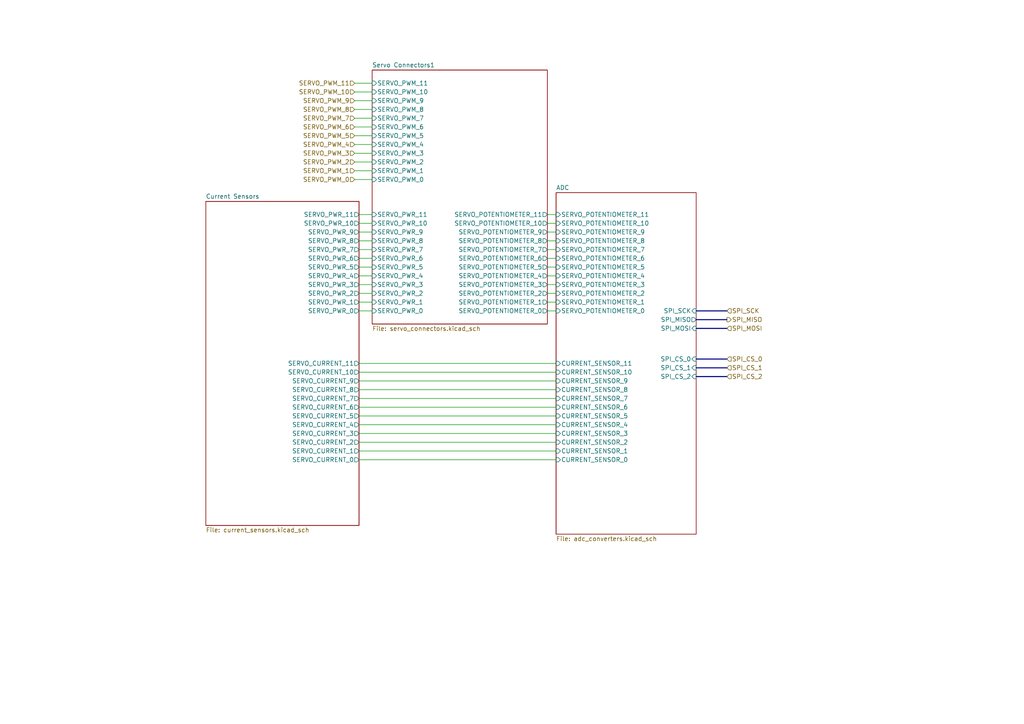
<source format=kicad_sch>
(kicad_sch (version 20230121) (generator eeschema)
  (paper "A4")
  (lib_symbols)
  (wire (pts (xy 158.75 67.31) (xy 161.29 67.31)))
  (wire (pts (xy 158.75 87.63) (xy 161.29 87.63)))
  (wire (pts (xy 104.14 128.27) (xy 161.29 128.27)))
  (wire (pts (xy 158.75 72.39) (xy 161.29 72.39)))
  (wire (pts (xy 158.75 62.23) (xy 161.29 62.23)))
  (wire (pts (xy 104.14 77.47) (xy 107.95 77.47)))
  (wire (pts (xy 102.87 29.21) (xy 107.95 29.21)))
  (bus (pts (xy 201.93 104.14) (xy 210.82 104.14)))
  (wire (pts (xy 104.14 64.77) (xy 107.95 64.77)))
  (wire (pts (xy 104.14 82.55) (xy 107.95 82.55)))
  (wire (pts (xy 104.14 67.31) (xy 107.95 67.31)))
  (wire (pts (xy 102.87 46.99) (xy 107.95 46.99)))
  (wire (pts (xy 158.75 80.01) (xy 161.29 80.01)))
  (wire (pts (xy 104.14 69.85) (xy 107.95 69.85)))
  (wire (pts (xy 102.87 44.45) (xy 107.95 44.45)))
  (wire (pts (xy 158.75 77.47) (xy 161.29 77.47)))
  (wire (pts (xy 104.14 125.73) (xy 161.29 125.73)))
  (wire (pts (xy 102.87 49.53) (xy 107.95 49.53)))
  (wire (pts (xy 158.75 90.17) (xy 161.29 90.17)))
  (wire (pts (xy 104.14 74.93) (xy 107.95 74.93)))
  (wire (pts (xy 104.14 118.11) (xy 161.29 118.11)))
  (wire (pts (xy 104.14 85.09) (xy 107.95 85.09)))
  (wire (pts (xy 158.75 64.77) (xy 161.29 64.77)))
  (wire (pts (xy 104.14 113.03) (xy 161.29 113.03)))
  (wire (pts (xy 158.75 82.55) (xy 161.29 82.55)))
  (bus (pts (xy 201.93 95.25) (xy 210.82 95.25)))
  (wire (pts (xy 104.14 87.63) (xy 107.95 87.63)))
  (wire (pts (xy 104.14 90.17) (xy 107.95 90.17)))
  (wire (pts (xy 104.14 115.57) (xy 161.29 115.57)))
  (wire (pts (xy 102.87 26.67) (xy 107.95 26.67)))
  (bus (pts (xy 201.93 90.17) (xy 210.82 90.17)))
  (wire (pts (xy 104.14 105.41) (xy 161.29 105.41)))
  (wire (pts (xy 102.87 31.75) (xy 107.95 31.75)))
  (wire (pts (xy 102.87 24.13) (xy 107.95 24.13)))
  (wire (pts (xy 104.14 123.19) (xy 161.29 123.19)))
  (wire (pts (xy 158.75 74.93) (xy 161.29 74.93)))
  (wire (pts (xy 104.14 130.81) (xy 161.29 130.81)))
  (wire (pts (xy 102.87 52.07) (xy 107.95 52.07)))
  (wire (pts (xy 102.87 34.29) (xy 107.95 34.29)))
  (wire (pts (xy 158.75 85.09) (xy 161.29 85.09)))
  (bus (pts (xy 201.93 109.22) (xy 210.82 109.22)))
  (wire (pts (xy 104.14 72.39) (xy 107.95 72.39)))
  (wire (pts (xy 104.14 62.23) (xy 107.95 62.23)))
  (wire (pts (xy 104.14 120.65) (xy 161.29 120.65)))
  (wire (pts (xy 104.14 110.49) (xy 161.29 110.49)))
  (wire (pts (xy 102.87 39.37) (xy 107.95 39.37)))
  (wire (pts (xy 104.14 80.01) (xy 107.95 80.01)))
  (wire (pts (xy 102.87 36.83) (xy 107.95 36.83)))
  (wire (pts (xy 102.87 41.91) (xy 107.95 41.91)))
  (wire (pts (xy 104.14 133.35) (xy 161.29 133.35)))
  (bus (pts (xy 201.93 106.68) (xy 210.82 106.68)))
  (wire (pts (xy 158.75 69.85) (xy 161.29 69.85)))
  (wire (pts (xy 104.14 107.95) (xy 161.29 107.95)))
  (bus (pts (xy 201.93 92.71) (xy 210.82 92.71)))
  (hierarchical_label "SERVO_PWM_9" (shape input) (at 102.87 29.21 180))
  (hierarchical_label "SERVO_PWM_2" (shape input) (at 102.87 46.99 180))
  (hierarchical_label "SPI_MOSI" (shape input) (at 210.82 95.25 0))
  (hierarchical_label "SERVO_PWM_3" (shape input) (at 102.87 44.45 180))
  (hierarchical_label "SERVO_PWM_7" (shape input) (at 102.87 34.29 180))
  (hierarchical_label "SERVO_PWM_1" (shape input) (at 102.87 49.53 180))
  (hierarchical_label "SPI_CS_2" (shape input) (at 210.82 109.22 0))
  (hierarchical_label "SPI_CS_0" (shape input) (at 210.82 104.14 0))
  (hierarchical_label "SPI_MISO" (shape output) (at 210.82 92.71 0))
  (hierarchical_label "SERVO_PWM_8" (shape input) (at 102.87 31.75 180))
  (hierarchical_label "SERVO_PWM_4" (shape input) (at 102.87 41.91 180))
  (hierarchical_label "SPI_CS_1" (shape input) (at 210.82 106.68 0))
  (hierarchical_label "SERVO_PWM_5" (shape input) (at 102.87 39.37 180))
  (hierarchical_label "SERVO_PWM_10" (shape input) (at 102.87 26.67 180))
  (hierarchical_label "SERVO_PWM_11" (shape input) (at 102.87 24.13 180))
  (hierarchical_label "SERVO_PWM_0" (shape input) (at 102.87 52.07 180))
  (hierarchical_label "SPI_SCK" (shape input) (at 210.82 90.17 0))
  (hierarchical_label "SERVO_PWM_6" (shape input) (at 102.87 36.83 180))
  (sheet (at 161.29 55.88) (size 40.64 99.06) (stroke (width 0.1524))
    (property "Sheetname" "ADC" (at 161.29 55.1684 0) (effects (justify left bottom)))
    (property "Sheetfile" "adc_converters.kicad_sch" (at 161.29 155.5246 0) (effects (justify left top)))
    (pin "SERVO_POTENTIOMETER_5" input (at 161.29 77.47 180))
    (pin "CURRENT_SENSOR_7" input (at 161.29 115.57 180))
    (pin "SERVO_POTENTIOMETER_8" input (at 161.29 69.85 180))
    (pin "CURRENT_SENSOR_9" input (at 161.29 110.49 180))
    (pin "SERVO_POTENTIOMETER_10" input (at 161.29 64.77 180))
    (pin "SERVO_POTENTIOMETER_9" input (at 161.29 67.31 180))
    (pin "CURRENT_SENSOR_8" input (at 161.29 113.03 180))
    (pin "CURRENT_SENSOR_11" input (at 161.29 105.41 180))
    (pin "CURRENT_SENSOR_10" input (at 161.29 107.95 180))
    (pin "SERVO_POTENTIOMETER_11" input (at 161.29 62.23 180))
    (pin "CURRENT_SENSOR_2" input (at 161.29 128.27 180))
    (pin "CURRENT_SENSOR_3" input (at 161.29 125.73 180))
    (pin "CURRENT_SENSOR_5" input (at 161.29 120.65 180))
    (pin "CURRENT_SENSOR_6" input (at 161.29 118.11 180))
    (pin "CURRENT_SENSOR_4" input (at 161.29 123.19 180))
    (pin "SERVO_POTENTIOMETER_6" input (at 161.29 74.93 180))
    (pin "SERVO_POTENTIOMETER_4" input (at 161.29 80.01 180))
    (pin "SERVO_POTENTIOMETER_7" input (at 161.29 72.39 180))
    (pin "CURRENT_SENSOR_0" input (at 161.29 133.35 180))
    (pin "CURRENT_SENSOR_1" input (at 161.29 130.81 180))
    (pin "SERVO_POTENTIOMETER_0" input (at 161.29 90.17 180))
    (pin "SERVO_POTENTIOMETER_1" input (at 161.29 87.63 180))
    (pin "SERVO_POTENTIOMETER_2" input (at 161.29 85.09 180))
    (pin "SERVO_POTENTIOMETER_3" input (at 161.29 82.55 180))
    (pin "SPI_SCK" input (at 201.93 90.17 0))
    (pin "SPI_CS_1" input (at 201.93 106.68 0))
    (pin "SPI_MISO" output (at 201.93 92.71 0))
    (pin "SPI_MOSI" input (at 201.93 95.25 0))
    (pin "SPI_CS_0" input (at 201.93 104.14 0))
    (pin "SPI_CS_2" input (at 201.93 109.22 0))
  )
  (sheet (at 59.69 58.42) (size 44.45 93.98) (stroke (width 0.1524))
    (property "Sheetname" "Current Sensors" (at 59.69 57.7084 0) (effects (justify left bottom)))
    (property "Sheetfile" "current_sensors.kicad_sch" (at 59.69 152.9846 0) (effects (justify left top)))
    (pin "SERVO_PWR_10" output (at 104.14 64.77 0))
    (pin "SERVO_PWR_11" output (at 104.14 62.23 0))
    (pin "SERVO_PWR_9" output (at 104.14 67.31 0))
    (pin "SERVO_PWR_8" output (at 104.14 69.85 0))
    (pin "SERVO_PWR_1" output (at 104.14 87.63 0))
    (pin "SERVO_PWR_2" output (at 104.14 85.09 0))
    (pin "SERVO_PWR_0" output (at 104.14 90.17 0))
    (pin "SERVO_PWR_5" output (at 104.14 77.47 0))
    (pin "SERVO_PWR_4" output (at 104.14 80.01 0))
    (pin "SERVO_PWR_6" output (at 104.14 74.93 0))
    (pin "SERVO_PWR_7" output (at 104.14 72.39 0))
    (pin "SERVO_PWR_3" output (at 104.14 82.55 0))
    (pin "SERVO_CURRENT_10" output (at 104.14 107.95 0))
    (pin "SERVO_CURRENT_11" output (at 104.14 105.41 0))
    (pin "SERVO_CURRENT_6" output (at 104.14 118.11 0))
    (pin "SERVO_CURRENT_7" output (at 104.14 115.57 0))
    (pin "SERVO_CURRENT_8" output (at 104.14 113.03 0))
    (pin "SERVO_CURRENT_9" output (at 104.14 110.49 0))
    (pin "SERVO_CURRENT_4" output (at 104.14 123.19 0))
    (pin "SERVO_CURRENT_5" output (at 104.14 120.65 0))
    (pin "SERVO_CURRENT_0" output (at 104.14 133.35 0))
    (pin "SERVO_CURRENT_1" output (at 104.14 130.81 0))
    (pin "SERVO_CURRENT_3" output (at 104.14 125.73 0))
    (pin "SERVO_CURRENT_2" output (at 104.14 128.27 0))
  )
  (sheet (at 107.95 20.32) (size 50.8 73.66) (stroke (width 0.1524))
    (property "Sheetname" "Servo Connectors1" (at 107.95 19.6084 0) (effects (justify left bottom)))
    (property "Sheetfile" "servo_connectors.kicad_sch" (at 107.95 94.5646 0) (effects (justify left top)))
    (pin "SERVO_PWR_11" input (at 107.95 62.23 180))
    (pin "SERVO_PWM_3" input (at 107.95 44.45 180))
    (pin "SERVO_PWR_2" input (at 107.95 85.09 180))
    (pin "SERVO_PWR_3" input (at 107.95 82.55 180))
    (pin "SERVO_PWM_2" input (at 107.95 46.99 180))
    (pin "SERVO_PWR_0" input (at 107.95 90.17 180))
    (pin "SERVO_PWM_0" input (at 107.95 52.07 180))
    (pin "SERVO_PWR_1" input (at 107.95 87.63 180))
    (pin "SERVO_PWM_1" input (at 107.95 49.53 180))
    (pin "SERVO_PWR_4" input (at 107.95 80.01 180))
    (pin "SERVO_PWM_4" input (at 107.95 41.91 180))
    (pin "SERVO_PWM_5" input (at 107.95 39.37 180))
    (pin "SERVO_PWR_5" input (at 107.95 77.47 180))
    (pin "SERVO_PWM_10" input (at 107.95 26.67 180))
    (pin "SERVO_PWM_11" input (at 107.95 24.13 180))
    (pin "SERVO_PWR_10" input (at 107.95 64.77 180))
    (pin "SERVO_PWM_8" input (at 107.95 31.75 180))
    (pin "SERVO_PWR_8" input (at 107.95 69.85 180))
    (pin "SERVO_PWM_6" input (at 107.95 36.83 180))
    (pin "SERVO_PWM_7" input (at 107.95 34.29 180))
    (pin "SERVO_PWR_7" input (at 107.95 72.39 180))
    (pin "SERVO_PWR_6" input (at 107.95 74.93 180))
    (pin "SERVO_PWR_9" input (at 107.95 67.31 180))
    (pin "SERVO_PWM_9" input (at 107.95 29.21 180))
    (pin "SERVO_POTENTIOMETER_1" output (at 158.75 87.63 0))
    (pin "SERVO_POTENTIOMETER_10" output (at 158.75 64.77 0))
    (pin "SERVO_POTENTIOMETER_9" output (at 158.75 67.31 0))
    (pin "SERVO_POTENTIOMETER_11" output (at 158.75 62.23 0))
    (pin "SERVO_POTENTIOMETER_8" output (at 158.75 69.85 0))
    (pin "SERVO_POTENTIOMETER_6" output (at 158.75 74.93 0))
    (pin "SERVO_POTENTIOMETER_7" output (at 158.75 72.39 0))
    (pin "SERVO_POTENTIOMETER_5" output (at 158.75 77.47 0))
    (pin "SERVO_POTENTIOMETER_4" output (at 158.75 80.01 0))
    (pin "SERVO_POTENTIOMETER_0" output (at 158.75 90.17 0))
    (pin "SERVO_POTENTIOMETER_3" output (at 158.75 82.55 0))
    (pin "SERVO_POTENTIOMETER_2" output (at 158.75 85.09 0))
  )
)
</source>
